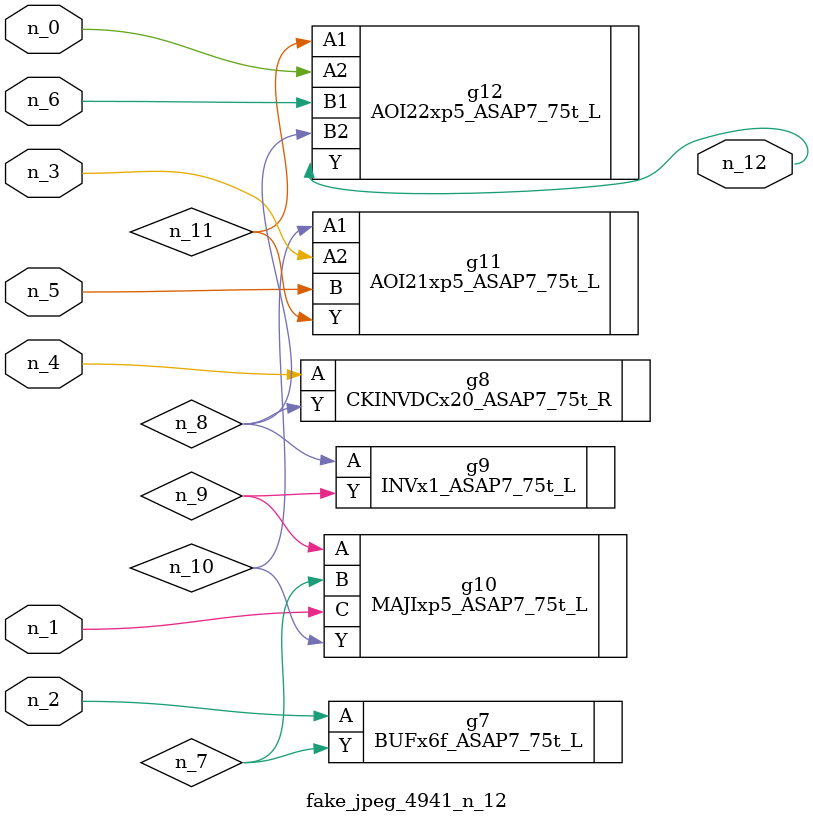
<source format=v>
module fake_jpeg_4941_n_12 (n_3, n_2, n_1, n_0, n_4, n_6, n_5, n_12);

input n_3;
input n_2;
input n_1;
input n_0;
input n_4;
input n_6;
input n_5;

output n_12;

wire n_11;
wire n_10;
wire n_8;
wire n_9;
wire n_7;

BUFx6f_ASAP7_75t_L g7 ( 
.A(n_2),
.Y(n_7)
);

CKINVDCx20_ASAP7_75t_R g8 ( 
.A(n_4),
.Y(n_8)
);

INVx1_ASAP7_75t_L g9 ( 
.A(n_8),
.Y(n_9)
);

MAJIxp5_ASAP7_75t_L g10 ( 
.A(n_9),
.B(n_7),
.C(n_1),
.Y(n_10)
);

AOI21xp5_ASAP7_75t_L g11 ( 
.A1(n_10),
.A2(n_3),
.B(n_5),
.Y(n_11)
);

AOI22xp5_ASAP7_75t_L g12 ( 
.A1(n_11),
.A2(n_0),
.B1(n_6),
.B2(n_8),
.Y(n_12)
);


endmodule
</source>
